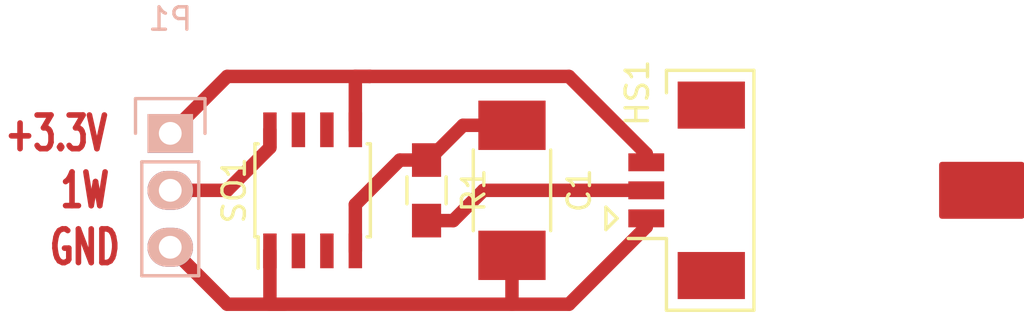
<source format=kicad_pcb>
(kicad_pcb (version 4) (host pcbnew 4.0.1-2.fc23-product)

  (general
    (links 9)
    (no_connects 0)
    (area 134.796905 86.485 170.645 101.239285)
    (thickness 1.6)
    (drawings 3)
    (tracks 29)
    (zones 0)
    (modules 5)
    (nets 8)
  )

  (page A4)
  (layers
    (0 F.Cu signal)
    (31 B.Cu signal)
    (32 B.Adhes user)
    (33 F.Adhes user)
    (34 B.Paste user)
    (35 F.Paste user)
    (36 B.SilkS user)
    (37 F.SilkS user)
    (38 B.Mask user)
    (39 F.Mask user)
    (40 Dwgs.User user)
    (41 Cmts.User user)
    (42 Eco1.User user)
    (43 Eco2.User user)
    (44 Edge.Cuts user)
    (45 Margin user)
    (46 B.CrtYd user)
    (47 F.CrtYd user)
    (48 B.Fab user)
    (49 F.Fab user)
  )

  (setup
    (last_trace_width 0.6)
    (trace_clearance 0.2)
    (zone_clearance 0.508)
    (zone_45_only no)
    (trace_min 0.2)
    (segment_width 0.2)
    (edge_width 0.1)
    (via_size 0.6)
    (via_drill 0.4)
    (via_min_size 0.4)
    (via_min_drill 0.3)
    (uvia_size 0.3)
    (uvia_drill 0.1)
    (uvias_allowed no)
    (uvia_min_size 0.2)
    (uvia_min_drill 0.1)
    (pcb_text_width 0.3)
    (pcb_text_size 1.5 1.5)
    (mod_edge_width 0.15)
    (mod_text_size 1 1)
    (mod_text_width 0.15)
    (pad_size 1.5 1.5)
    (pad_drill 0.6)
    (pad_to_mask_clearance 0)
    (aux_axis_origin 176.53 100.33)
    (visible_elements FFFFFF7F)
    (pcbplotparams
      (layerselection 0x00030_80000001)
      (usegerberextensions false)
      (excludeedgelayer true)
      (linewidth 0.100000)
      (plotframeref false)
      (viasonmask false)
      (mode 1)
      (useauxorigin false)
      (hpglpennumber 1)
      (hpglpenspeed 20)
      (hpglpendiameter 15)
      (hpglpenoverlay 2)
      (psnegative false)
      (psa4output false)
      (plotreference true)
      (plotvalue true)
      (plotinvisibletext false)
      (padsonsilk false)
      (subtractmaskfromsilk false)
      (outputformat 1)
      (mirror false)
      (drillshape 0)
      (scaleselection 1)
      (outputdirectory ""))
  )

  (net 0 "")
  (net 1 "Net-(C1-Pad1)")
  (net 2 "Net-(C1-Pad2)")
  (net 3 "Net-(HS1-Pad2)")
  (net 4 "Net-(HS1-Pad3)")
  (net 5 "Net-(P1-Pad2)")
  (net 6 "Net-(SO1-Pad2)")
  (net 7 "Net-(SO1-Pad3)")

  (net_class Default "This is the default net class."
    (clearance 0.2)
    (trace_width 0.6)
    (via_dia 0.6)
    (via_drill 0.4)
    (uvia_dia 0.3)
    (uvia_drill 0.1)
    (add_net "Net-(C1-Pad1)")
    (add_net "Net-(C1-Pad2)")
    (add_net "Net-(HS1-Pad2)")
    (add_net "Net-(HS1-Pad3)")
    (add_net "Net-(P1-Pad2)")
    (add_net "Net-(SO1-Pad2)")
    (add_net "Net-(SO1-Pad3)")
  )

  (module Resistors_SMD:R_0805_HandSoldering (layer F.Cu) (tedit 54189DEE) (tstamp 56CE81F6)
    (at 153.67 95.25 270)
    (descr "Resistor SMD 0805, hand soldering")
    (tags "resistor 0805")
    (path /56C62FAD)
    (attr smd)
    (fp_text reference R1 (at 0 -2.1 270) (layer F.SilkS)
      (effects (font (size 1 1) (thickness 0.15)))
    )
    (fp_text value 100k (at 0 2.1 270) (layer F.Fab)
      (effects (font (size 1 1) (thickness 0.15)))
    )
    (fp_line (start -2.4 -1) (end 2.4 -1) (layer F.CrtYd) (width 0.05))
    (fp_line (start -2.4 1) (end 2.4 1) (layer F.CrtYd) (width 0.05))
    (fp_line (start -2.4 -1) (end -2.4 1) (layer F.CrtYd) (width 0.05))
    (fp_line (start 2.4 -1) (end 2.4 1) (layer F.CrtYd) (width 0.05))
    (fp_line (start 0.6 0.875) (end -0.6 0.875) (layer F.SilkS) (width 0.15))
    (fp_line (start -0.6 -0.875) (end 0.6 -0.875) (layer F.SilkS) (width 0.15))
    (pad 1 smd rect (at -1.35 0 270) (size 1.5 1.3) (layers F.Cu F.Paste F.Mask)
      (net 1 "Net-(C1-Pad1)"))
    (pad 2 smd rect (at 1.35 0 270) (size 1.5 1.3) (layers F.Cu F.Paste F.Mask)
      (net 3 "Net-(HS1-Pad2)"))
    (model Resistors_SMD.3dshapes/R_0805_HandSoldering.wrl
      (at (xyz 0 0 0))
      (scale (xyz 1 1 1))
      (rotate (xyz 0 0 0))
    )
  )

  (module Capacitors_SMD:C_1812_HandSoldering (layer F.Cu) (tedit 541A9C88) (tstamp 56CE81E0)
    (at 157.48 95.25 270)
    (descr "Capacitor SMD 1812, hand soldering")
    (tags "capacitor 1812")
    (path /56C63000)
    (attr smd)
    (fp_text reference C1 (at 0 -3 270) (layer F.SilkS)
      (effects (font (size 1 1) (thickness 0.15)))
    )
    (fp_text value 0.01uF (at 0 3 270) (layer F.Fab)
      (effects (font (size 1 1) (thickness 0.15)))
    )
    (fp_line (start -4.3 -1.85) (end 4.3 -1.85) (layer F.CrtYd) (width 0.05))
    (fp_line (start -4.3 1.85) (end 4.3 1.85) (layer F.CrtYd) (width 0.05))
    (fp_line (start -4.3 -1.85) (end -4.3 1.85) (layer F.CrtYd) (width 0.05))
    (fp_line (start 4.3 -1.85) (end 4.3 1.85) (layer F.CrtYd) (width 0.05))
    (fp_line (start 1.8 -1.725) (end -1.8 -1.725) (layer F.SilkS) (width 0.15))
    (fp_line (start -1.8 1.725) (end 1.8 1.725) (layer F.SilkS) (width 0.15))
    (pad 1 smd rect (at -2.9 0 270) (size 2.2 3) (layers F.Cu F.Paste F.Mask)
      (net 1 "Net-(C1-Pad1)"))
    (pad 2 smd rect (at 2.9 0 270) (size 2.2 3) (layers F.Cu F.Paste F.Mask)
      (net 2 "Net-(C1-Pad2)"))
    (model Capacitors_SMD.3dshapes/C_1812_HandSoldering.wrl
      (at (xyz 0 0 0))
      (scale (xyz 1 1 1))
      (rotate (xyz 0 0 0))
    )
  )

  (module Connectors_Molex:Connector_Molex_PicoBlade_53261-0371 (layer F.Cu) (tedit 0) (tstamp 56CE81E9)
    (at 166.37 95.25 90)
    (descr "Molex PicoBlade 1.25mm shrouded header. Right-angled, SMD. 3 ways")
    (path /56C62EB3)
    (fp_text reference HS1 (at 4.35 -3.3 90) (layer F.SilkS)
      (effects (font (size 1 1) (thickness 0.15)))
    )
    (fp_text value hih-5030-001 (at 0 3.3 90) (layer F.Fab)
      (effects (font (size 1 1) (thickness 0.15)))
    )
    (fp_line (start -2.15 -3.7) (end -2.15 -2) (layer F.SilkS) (width 0.15))
    (fp_line (start -2.15 -2) (end -5.35 -2) (layer F.SilkS) (width 0.15))
    (fp_line (start -5.35 -2) (end -5.35 1.9) (layer F.SilkS) (width 0.15))
    (fp_line (start -5.35 1.9) (end 5.35 1.9) (layer F.SilkS) (width 0.15))
    (fp_line (start 5.35 1.9) (end 5.35 -2) (layer F.SilkS) (width 0.15))
    (fp_line (start 5.35 -2) (end 4.35 -2) (layer F.SilkS) (width 0.15))
    (fp_line (start -1.25 -4.2) (end -1.75 -4.7) (layer F.SilkS) (width 0.15))
    (fp_line (start -1.75 -4.7) (end -0.75 -4.7) (layer F.SilkS) (width 0.15))
    (fp_line (start -0.75 -4.7) (end -1.25 -4.2) (layer F.SilkS) (width 0.15))
    (fp_line (start -2.75 -2.1) (end -2.75 1.9) (layer F.Fab) (width 0.2))
    (fp_line (start -2.75 1.9) (end 2.75 1.9) (layer F.Fab) (width 0.2))
    (fp_line (start 2.75 1.9) (end 2.75 -2.1) (layer F.Fab) (width 0.2))
    (fp_line (start 2.75 -2.1) (end -2.75 -2.1) (layer F.Fab) (width 0.2))
    (fp_line (start 2.75 -1.5) (end 4.85 -1.5) (layer F.Fab) (width 0.2))
    (fp_line (start 4.85 -1.5) (end 4.85 1.5) (layer F.Fab) (width 0.2))
    (fp_line (start 4.85 1.5) (end 2.75 1.5) (layer F.Fab) (width 0.2))
    (fp_line (start -2.75 -1.5) (end -4.85 -1.5) (layer F.Fab) (width 0.2))
    (fp_line (start -4.85 -1.5) (end -4.85 1.5) (layer F.Fab) (width 0.2))
    (fp_line (start -4.85 1.5) (end -2.75 1.5) (layer F.Fab) (width 0.2))
    (fp_line (start -2.75 -2.1) (end -1.25 -0.6) (layer F.Fab) (width 0.2))
    (fp_line (start -1.25 -0.6) (end 0.25 -2.1) (layer F.Fab) (width 0.2))
    (pad 1 smd rect (at -1.25 -2.9 90) (size 0.8 1.6) (layers F.Cu F.Paste F.Mask)
      (net 2 "Net-(C1-Pad2)"))
    (pad 2 smd rect (at 0 -2.9 90) (size 0.8 1.6) (layers F.Cu F.Paste F.Mask)
      (net 3 "Net-(HS1-Pad2)"))
    (pad 3 smd rect (at 1.25 -2.9 90) (size 0.8 1.6) (layers F.Cu F.Paste F.Mask)
      (net 4 "Net-(HS1-Pad3)"))
    (pad "" smd rect (at -3.8 0 90) (size 2.1 3) (layers F.Cu F.Paste F.Mask))
    (pad "" smd rect (at 3.8 0 90) (size 2.1 3) (layers F.Cu F.Paste F.Mask))
  )

  (module Pin_Headers:Pin_Header_Straight_1x03 (layer B.Cu) (tedit 0) (tstamp 56CE81F0)
    (at 142.24 92.71 180)
    (descr "Through hole pin header")
    (tags "pin header")
    (path /56C62196)
    (fp_text reference P1 (at 0 5.1 180) (layer B.SilkS)
      (effects (font (size 1 1) (thickness 0.15)) (justify mirror))
    )
    (fp_text value CONN_01X03 (at 0 3.1 180) (layer B.Fab)
      (effects (font (size 1 1) (thickness 0.15)) (justify mirror))
    )
    (fp_line (start -1.75 1.75) (end -1.75 -6.85) (layer B.CrtYd) (width 0.05))
    (fp_line (start 1.75 1.75) (end 1.75 -6.85) (layer B.CrtYd) (width 0.05))
    (fp_line (start -1.75 1.75) (end 1.75 1.75) (layer B.CrtYd) (width 0.05))
    (fp_line (start -1.75 -6.85) (end 1.75 -6.85) (layer B.CrtYd) (width 0.05))
    (fp_line (start -1.27 -1.27) (end -1.27 -6.35) (layer B.SilkS) (width 0.15))
    (fp_line (start -1.27 -6.35) (end 1.27 -6.35) (layer B.SilkS) (width 0.15))
    (fp_line (start 1.27 -6.35) (end 1.27 -1.27) (layer B.SilkS) (width 0.15))
    (fp_line (start 1.55 1.55) (end 1.55 0) (layer B.SilkS) (width 0.15))
    (fp_line (start 1.27 -1.27) (end -1.27 -1.27) (layer B.SilkS) (width 0.15))
    (fp_line (start -1.55 0) (end -1.55 1.55) (layer B.SilkS) (width 0.15))
    (fp_line (start -1.55 1.55) (end 1.55 1.55) (layer B.SilkS) (width 0.15))
    (pad 1 thru_hole rect (at 0 0 180) (size 2.032 1.7272) (drill 1.016) (layers *.Cu *.Mask B.SilkS)
      (net 4 "Net-(HS1-Pad3)"))
    (pad 2 thru_hole oval (at 0 -2.54 180) (size 2.032 1.7272) (drill 1.016) (layers *.Cu *.Mask B.SilkS)
      (net 5 "Net-(P1-Pad2)"))
    (pad 3 thru_hole oval (at 0 -5.08 180) (size 2.032 1.7272) (drill 1.016) (layers *.Cu *.Mask B.SilkS)
      (net 2 "Net-(C1-Pad2)"))
    (model Pin_Headers.3dshapes/Pin_Header_Straight_1x03.wrl
      (at (xyz 0 -0.1 0))
      (scale (xyz 1 1 1))
      (rotate (xyz 0 0 90))
    )
  )

  (module Housings_SOIC:SOIC-8_3.9x4.9mm_Pitch1.27mm (layer F.Cu) (tedit 54130A77) (tstamp 56CE8202)
    (at 148.59 95.25 90)
    (descr "8-Lead Plastic Small Outline (SN) - Narrow, 3.90 mm Body [SOIC] (see Microchip Packaging Specification 00000049BS.pdf)")
    (tags "SOIC 1.27")
    (path /56C62F1E)
    (attr smd)
    (fp_text reference SO1 (at 0 -3.5 90) (layer F.SilkS)
      (effects (font (size 1 1) (thickness 0.15)))
    )
    (fp_text value ds2438 (at 0 3.5 90) (layer F.Fab)
      (effects (font (size 1 1) (thickness 0.15)))
    )
    (fp_line (start -3.75 -2.75) (end -3.75 2.75) (layer F.CrtYd) (width 0.05))
    (fp_line (start 3.75 -2.75) (end 3.75 2.75) (layer F.CrtYd) (width 0.05))
    (fp_line (start -3.75 -2.75) (end 3.75 -2.75) (layer F.CrtYd) (width 0.05))
    (fp_line (start -3.75 2.75) (end 3.75 2.75) (layer F.CrtYd) (width 0.05))
    (fp_line (start -2.075 -2.575) (end -2.075 -2.43) (layer F.SilkS) (width 0.15))
    (fp_line (start 2.075 -2.575) (end 2.075 -2.43) (layer F.SilkS) (width 0.15))
    (fp_line (start 2.075 2.575) (end 2.075 2.43) (layer F.SilkS) (width 0.15))
    (fp_line (start -2.075 2.575) (end -2.075 2.43) (layer F.SilkS) (width 0.15))
    (fp_line (start -2.075 -2.575) (end 2.075 -2.575) (layer F.SilkS) (width 0.15))
    (fp_line (start -2.075 2.575) (end 2.075 2.575) (layer F.SilkS) (width 0.15))
    (fp_line (start -2.075 -2.43) (end -3.475 -2.43) (layer F.SilkS) (width 0.15))
    (pad 1 smd rect (at -2.7 -1.905 90) (size 1.55 0.6) (layers F.Cu F.Paste F.Mask)
      (net 2 "Net-(C1-Pad2)"))
    (pad 2 smd rect (at -2.7 -0.635 90) (size 1.55 0.6) (layers F.Cu F.Paste F.Mask)
      (net 6 "Net-(SO1-Pad2)"))
    (pad 3 smd rect (at -2.7 0.635 90) (size 1.55 0.6) (layers F.Cu F.Paste F.Mask)
      (net 7 "Net-(SO1-Pad3)"))
    (pad 4 smd rect (at -2.7 1.905 90) (size 1.55 0.6) (layers F.Cu F.Paste F.Mask)
      (net 1 "Net-(C1-Pad1)"))
    (pad 5 smd rect (at 2.7 1.905 90) (size 1.55 0.6) (layers F.Cu F.Paste F.Mask)
      (net 4 "Net-(HS1-Pad3)"))
    (pad 6 smd rect (at 2.7 0.635 90) (size 1.55 0.6) (layers F.Cu F.Paste F.Mask))
    (pad 7 smd rect (at 2.7 -0.635 90) (size 1.55 0.6) (layers F.Cu F.Paste F.Mask))
    (pad 8 smd rect (at 2.7 -1.905 90) (size 1.55 0.6) (layers F.Cu F.Paste F.Mask)
      (net 5 "Net-(P1-Pad2)"))
    (model Housings_SOIC.3dshapes/SOIC-8_3.9x4.9mm_Pitch1.27mm.wrl
      (at (xyz 0 0 0))
      (scale (xyz 1 1 1))
      (rotate (xyz 0 0 0))
    )
  )

  (gr_text 1W (at 138.43 95.25) (layer F.Cu)
    (effects (font (size 1.5 1) (thickness 0.25)))
  )
  (gr_text +3.3V (at 137.16 92.71) (layer F.Cu)
    (effects (font (size 1.5 1) (thickness 0.25)))
  )
  (gr_text GND (at 138.43 97.79) (layer F.Cu)
    (effects (font (size 1.5 1) (thickness 0.25)))
  )

  (segment (start 153.67 93.9) (end 153.75 93.9) (width 0.6) (layer F.Cu) (net 1))
  (segment (start 153.75 93.9) (end 155.3 92.35) (width 0.6) (layer F.Cu) (net 1) (tstamp 56CF45E9))
  (segment (start 155.3 92.35) (end 157.48 92.35) (width 0.6) (layer F.Cu) (net 1) (tstamp 56CF45EC))
  (segment (start 150.495 97.95) (end 150.495 95.885) (width 0.6) (layer F.Cu) (net 1))
  (segment (start 152.48 93.9) (end 153.67 93.9) (width 0.6) (layer F.Cu) (net 1) (tstamp 56CF45E1))
  (segment (start 150.495 95.885) (end 152.48 93.9) (width 0.6) (layer F.Cu) (net 1) (tstamp 56CF45DC))
  (segment (start 157.48 98.15) (end 157.48 100.33) (width 0.6) (layer F.Cu) (net 2))
  (segment (start 146.685 97.95) (end 146.685 100.33) (width 0.6) (layer F.Cu) (net 2))
  (segment (start 146.685 100.33) (end 147.32 100.33) (width 0.6) (layer F.Cu) (net 2) (tstamp 56CF4504))
  (segment (start 142.24 97.79) (end 144.78 100.33) (width 0.6) (layer F.Cu) (net 2))
  (segment (start 160.02 100.33) (end 163.47 96.88) (width 0.6) (layer F.Cu) (net 2) (tstamp 56CF44EF))
  (segment (start 144.78 100.33) (end 147.32 100.33) (width 0.6) (layer F.Cu) (net 2) (tstamp 56CF44EC))
  (segment (start 147.32 100.33) (end 157.48 100.33) (width 0.6) (layer F.Cu) (net 2) (tstamp 56CF4508))
  (segment (start 157.48 100.33) (end 160.02 100.33) (width 0.6) (layer F.Cu) (net 2) (tstamp 56CF4519))
  (segment (start 163.47 96.88) (end 163.47 96.5) (width 0.6) (layer F.Cu) (net 2) (tstamp 56CF44FB))
  (segment (start 153.67 96.6) (end 154.86 96.6) (width 0.6) (layer F.Cu) (net 3))
  (segment (start 156.21 95.25) (end 163.47 95.25) (width 0.6) (layer F.Cu) (net 3) (tstamp 56CF4600))
  (segment (start 154.86 96.6) (end 156.21 95.25) (width 0.6) (layer F.Cu) (net 3) (tstamp 56CF45FC))
  (segment (start 163.39 95.17) (end 163.47 95.25) (width 0.6) (layer F.Cu) (net 3) (tstamp 56CF440C))
  (segment (start 150.495 92.55) (end 150.495 90.17) (width 0.6) (layer F.Cu) (net 4))
  (segment (start 150.495 90.17) (end 151.13 90.17) (width 0.6) (layer F.Cu) (net 4) (tstamp 56CF4466))
  (segment (start 142.24 92.71) (end 144.78 90.17) (width 0.6) (layer F.Cu) (net 4))
  (segment (start 160.02 90.17) (end 163.47 93.62) (width 0.6) (layer F.Cu) (net 4) (tstamp 56CF444B))
  (segment (start 144.78 90.17) (end 151.13 90.17) (width 0.6) (layer F.Cu) (net 4) (tstamp 56CF4448))
  (segment (start 151.13 90.17) (end 160.02 90.17) (width 0.6) (layer F.Cu) (net 4) (tstamp 56CF446A))
  (segment (start 163.47 93.62) (end 163.47 94) (width 0.6) (layer F.Cu) (net 4) (tstamp 56CF4454))
  (segment (start 142.24 95.25) (end 144.78 95.25) (width 0.6) (layer F.Cu) (net 5))
  (segment (start 146.685 93.345) (end 146.685 92.55) (width 0.6) (layer F.Cu) (net 5) (tstamp 56CF4612))
  (segment (start 144.78 95.25) (end 146.685 93.345) (width 0.6) (layer F.Cu) (net 5) (tstamp 56CF460F))

  (zone (net 0) (net_name "") (layer F.Cu) (tstamp 56CF50D0) (hatch edge 0.508)
    (connect_pads (clearance 0.508))
    (min_thickness 0.254)
    (fill yes (arc_segments 16) (thermal_gap 0.508) (thermal_bridge_width 0.508))
    (polygon
      (pts
        (xy 180.34 96.52) (xy 176.53 96.52) (xy 176.53 93.98) (xy 180.34 93.98) (xy 180.34 96.52)
      )
    )
    (filled_polygon
      (pts
        (xy 180.213 96.393) (xy 176.657 96.393) (xy 176.657 94.107) (xy 180.213 94.107)
      )
    )
  )
)

</source>
